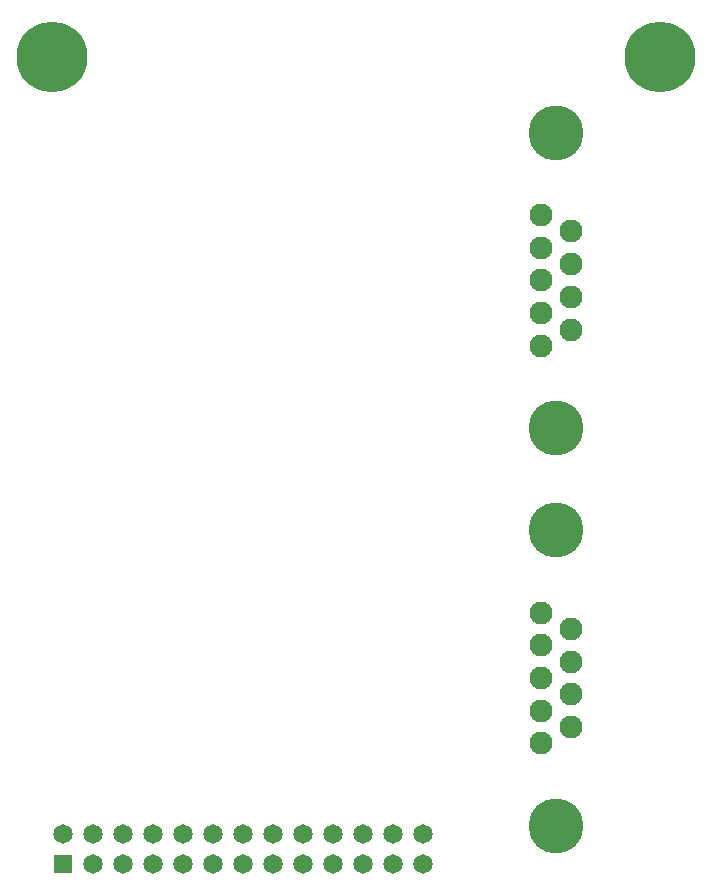
<source format=gbs>
G04*
G04 #@! TF.GenerationSoftware,Altium Limited,Altium Designer,21.0.8 (223)*
G04*
G04 Layer_Color=16711935*
%FSLAX25Y25*%
%MOIN*%
G70*
G04*
G04 #@! TF.SameCoordinates,8614DC1C-B162-4B63-BA2F-6D4862A9A950*
G04*
G04*
G04 #@! TF.FilePolarity,Negative*
G04*
G01*
G75*
%ADD29C,0.06496*%
%ADD30R,0.06496X0.06496*%
%ADD31C,0.07677*%
%ADD32C,0.18307*%
%ADD33C,0.23622*%
D29*
X66000Y20500D02*
D03*
Y10500D02*
D03*
X46000Y20500D02*
D03*
Y10500D02*
D03*
X16000Y20500D02*
D03*
X26000Y10500D02*
D03*
Y20500D02*
D03*
X36000Y10500D02*
D03*
Y20500D02*
D03*
X56000D02*
D03*
Y10500D02*
D03*
X76000D02*
D03*
Y20500D02*
D03*
X86000Y10500D02*
D03*
X96000D02*
D03*
X106000D02*
D03*
Y20500D02*
D03*
X96000D02*
D03*
X86000D02*
D03*
X116000Y10500D02*
D03*
Y20500D02*
D03*
X126000Y10500D02*
D03*
Y20500D02*
D03*
X136000Y10500D02*
D03*
Y20500D02*
D03*
D30*
X16000Y10500D02*
D03*
D31*
X175500Y72500D02*
D03*
Y61594D02*
D03*
Y50689D02*
D03*
Y83406D02*
D03*
Y94311D02*
D03*
X185500Y77953D02*
D03*
Y88858D02*
D03*
Y67047D02*
D03*
Y56142D02*
D03*
X175500Y205000D02*
D03*
Y194095D02*
D03*
Y183189D02*
D03*
Y215905D02*
D03*
Y226811D02*
D03*
X185500Y210453D02*
D03*
Y221358D02*
D03*
Y199547D02*
D03*
Y188642D02*
D03*
D32*
X180500Y23307D02*
D03*
Y121693D02*
D03*
Y155807D02*
D03*
Y254193D02*
D03*
D33*
X215000Y279500D02*
D03*
X12500D02*
D03*
M02*

</source>
